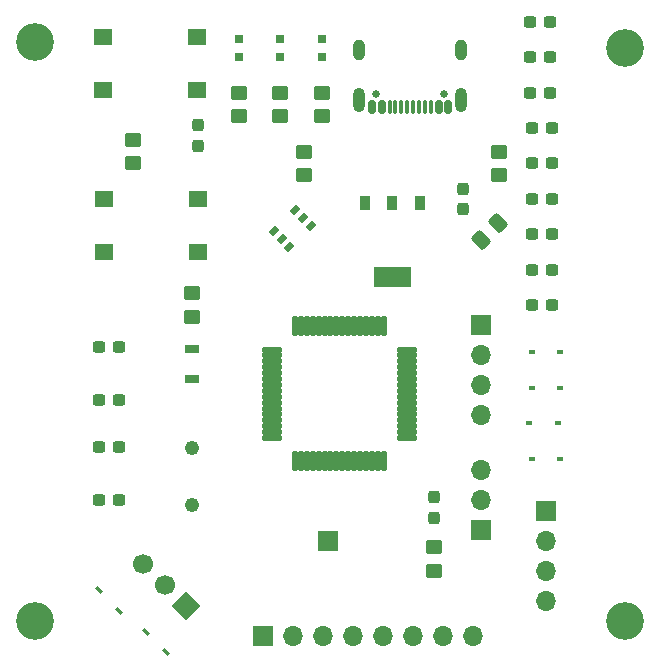
<source format=gbr>
%TF.GenerationSoftware,KiCad,Pcbnew,9.0.0*%
%TF.CreationDate,2025-04-07T16:42:38-05:00*%
%TF.ProjectId,Project 2.0,50726f6a-6563-4742-9032-2e302e6b6963,rev?*%
%TF.SameCoordinates,Original*%
%TF.FileFunction,Soldermask,Top*%
%TF.FilePolarity,Negative*%
%FSLAX46Y46*%
G04 Gerber Fmt 4.6, Leading zero omitted, Abs format (unit mm)*
G04 Created by KiCad (PCBNEW 9.0.0) date 2025-04-07 16:42:38*
%MOMM*%
%LPD*%
G01*
G04 APERTURE LIST*
G04 Aperture macros list*
%AMRoundRect*
0 Rectangle with rounded corners*
0 $1 Rounding radius*
0 $2 $3 $4 $5 $6 $7 $8 $9 X,Y pos of 4 corners*
0 Add a 4 corners polygon primitive as box body*
4,1,4,$2,$3,$4,$5,$6,$7,$8,$9,$2,$3,0*
0 Add four circle primitives for the rounded corners*
1,1,$1+$1,$2,$3*
1,1,$1+$1,$4,$5*
1,1,$1+$1,$6,$7*
1,1,$1+$1,$8,$9*
0 Add four rect primitives between the rounded corners*
20,1,$1+$1,$2,$3,$4,$5,0*
20,1,$1+$1,$4,$5,$6,$7,0*
20,1,$1+$1,$6,$7,$8,$9,0*
20,1,$1+$1,$8,$9,$2,$3,0*%
%AMHorizOval*
0 Thick line with rounded ends*
0 $1 width*
0 $2 $3 position (X,Y) of the first rounded end (center of the circle)*
0 $4 $5 position (X,Y) of the second rounded end (center of the circle)*
0 Add line between two ends*
20,1,$1,$2,$3,$4,$5,0*
0 Add two circle primitives to create the rounded ends*
1,1,$1,$2,$3*
1,1,$1,$4,$5*%
%AMRotRect*
0 Rectangle, with rotation*
0 The origin of the aperture is its center*
0 $1 length*
0 $2 width*
0 $3 Rotation angle, in degrees counterclockwise*
0 Add horizontal line*
21,1,$1,$2,0,0,$3*%
G04 Aperture macros list end*
%ADD10C,0.000000*%
%ADD11RoundRect,0.237500X0.300000X0.237500X-0.300000X0.237500X-0.300000X-0.237500X0.300000X-0.237500X0*%
%ADD12R,0.787400X0.787400*%
%ADD13RoundRect,0.250000X-0.450000X0.350000X-0.450000X-0.350000X0.450000X-0.350000X0.450000X0.350000X0*%
%ADD14R,1.700000X1.700000*%
%ADD15O,1.700000X1.700000*%
%ADD16RoundRect,0.250000X0.450000X-0.350000X0.450000X0.350000X-0.450000X0.350000X-0.450000X-0.350000X0*%
%ADD17RotRect,1.700000X1.700000X225.000000*%
%ADD18HorizOval,1.700000X0.000000X0.000000X0.000000X0.000000X0*%
%ADD19RoundRect,0.237500X-0.300000X-0.237500X0.300000X-0.237500X0.300000X0.237500X-0.300000X0.237500X0*%
%ADD20R,0.600700X0.355600*%
%ADD21R,1.549908X1.400048*%
%ADD22RoundRect,0.237500X-0.237500X0.300000X-0.237500X-0.300000X0.237500X-0.300000X0.237500X0.300000X0*%
%ADD23RoundRect,0.102000X-0.750000X-0.150000X0.750000X-0.150000X0.750000X0.150000X-0.750000X0.150000X0*%
%ADD24RoundRect,0.102000X-0.150000X-0.750000X0.150000X-0.750000X0.150000X0.750000X-0.150000X0.750000X0*%
%ADD25C,3.200000*%
%ADD26C,1.234000*%
%ADD27RotRect,0.600700X0.355600X315.000000*%
%ADD28RoundRect,0.250000X0.097227X-0.574524X0.574524X-0.097227X-0.097227X0.574524X-0.574524X0.097227X0*%
%ADD29RoundRect,0.237500X0.237500X-0.300000X0.237500X0.300000X-0.237500X0.300000X-0.237500X-0.300000X0*%
%ADD30R,1.244600X0.762000*%
%ADD31C,0.650000*%
%ADD32RoundRect,0.150000X0.150000X0.425000X-0.150000X0.425000X-0.150000X-0.425000X0.150000X-0.425000X0*%
%ADD33RoundRect,0.075000X0.075000X0.500000X-0.075000X0.500000X-0.075000X-0.500000X0.075000X-0.500000X0*%
%ADD34O,1.000000X2.100000*%
%ADD35O,1.000000X1.800000*%
%ADD36RotRect,0.774700X0.508000X225.000000*%
%ADD37R,0.863600X1.295400*%
%ADD38RotRect,0.600700X0.355600X135.000000*%
G04 APERTURE END LIST*
D10*
%TO.C,CR1*%
G36*
X186374800Y-74199700D02*
G01*
X183225200Y-74199700D01*
X183225200Y-72497900D01*
X186374800Y-72497900D01*
X186374800Y-74199700D01*
G37*
%TD*%
D11*
%TO.C,C10*%
X161662501Y-83750000D03*
X159937499Y-83750000D03*
%TD*%
D12*
%TO.C,LED3*%
X171800000Y-53251400D03*
X171800000Y-54750000D03*
%TD*%
D13*
%TO.C,R5*%
X177300000Y-62750000D03*
X177300000Y-64750000D03*
%TD*%
D14*
%TO.C,J8*%
X197800000Y-93170000D03*
D15*
X197800000Y-95710000D03*
X197800000Y-98250000D03*
X197800000Y-100790000D03*
%TD*%
D11*
%TO.C,C9*%
X161662501Y-79250000D03*
X159937499Y-79250000D03*
%TD*%
D16*
%TO.C,R7*%
X175300000Y-59750000D03*
X175300000Y-57750000D03*
%TD*%
D17*
%TO.C,J3*%
X167300000Y-101250000D03*
D18*
X165503949Y-99453949D03*
X163707898Y-97657898D03*
%TD*%
D19*
%TO.C,C7*%
X196575000Y-69750000D03*
X198300000Y-69750000D03*
%TD*%
%TO.C,C3*%
X196437500Y-57750000D03*
X198162500Y-57750000D03*
%TD*%
D20*
%TO.C,CR6*%
X196395900Y-85750000D03*
X198800000Y-85750000D03*
%TD*%
D21*
%TO.C,SW1*%
X168274998Y-57500001D03*
X168274998Y-52999999D03*
X160325002Y-57500001D03*
X160325002Y-52999999D03*
%TD*%
D22*
%TO.C,C13*%
X190800000Y-65887499D03*
X190800000Y-67612501D03*
%TD*%
%TO.C,C8*%
X168300000Y-60524998D03*
X168300000Y-62250000D03*
%TD*%
D23*
%TO.C,U1*%
X174600000Y-79500000D03*
X174600000Y-80000000D03*
X174600000Y-80500000D03*
X174600000Y-81000000D03*
X174600000Y-81500000D03*
X174600000Y-82000000D03*
X174600000Y-82500000D03*
X174600000Y-83000000D03*
X174600000Y-83500000D03*
X174600000Y-84000000D03*
X174600000Y-84500000D03*
X174600000Y-85000000D03*
X174600000Y-85500000D03*
X174600000Y-86000000D03*
X174600000Y-86500000D03*
X174600000Y-87000000D03*
D24*
X176550000Y-88950000D03*
X177050000Y-88950000D03*
X177550000Y-88950000D03*
X178050000Y-88950000D03*
X178550000Y-88950000D03*
X179050000Y-88950000D03*
X179550000Y-88950000D03*
X180050000Y-88950000D03*
X180550000Y-88950000D03*
X181050000Y-88950000D03*
X181550000Y-88950000D03*
X182050000Y-88950000D03*
X182550000Y-88950000D03*
X183050000Y-88950000D03*
X183550000Y-88950000D03*
X184050000Y-88950000D03*
D23*
X186000000Y-87000000D03*
X186000000Y-86500000D03*
X186000000Y-86000000D03*
X186000000Y-85500000D03*
X186000000Y-85000000D03*
X186000000Y-84500000D03*
X186000000Y-84000000D03*
X186000000Y-83500000D03*
X186000000Y-83000000D03*
X186000000Y-82500000D03*
X186000000Y-82000000D03*
X186000000Y-81500000D03*
X186000000Y-81000000D03*
X186000000Y-80500000D03*
X186000000Y-80000000D03*
X186000000Y-79500000D03*
D24*
X184050000Y-77550000D03*
X183550000Y-77550000D03*
X183050000Y-77550000D03*
X182550000Y-77550000D03*
X182050000Y-77550000D03*
X181550000Y-77550000D03*
X181050000Y-77550000D03*
X180550000Y-77550000D03*
X180050000Y-77550000D03*
X179550000Y-77550000D03*
X179050000Y-77550000D03*
X178550000Y-77550000D03*
X178050000Y-77550000D03*
X177550000Y-77550000D03*
X177050000Y-77550000D03*
X176550000Y-77550000D03*
%TD*%
D19*
%TO.C,C4*%
X196575000Y-60750000D03*
X198300000Y-60750000D03*
%TD*%
D25*
%TO.C,H2*%
X154500000Y-53500000D03*
%TD*%
%TO.C,H1*%
X204500000Y-54000000D03*
%TD*%
D26*
%TO.C,Y1*%
X167800000Y-87809999D03*
X167800000Y-92690001D03*
%TD*%
D21*
%TO.C,SW2*%
X160350004Y-66749998D03*
X160350004Y-71250000D03*
X168300000Y-66749998D03*
X168300000Y-71250000D03*
%TD*%
D19*
%TO.C,C16*%
X196574998Y-75750000D03*
X198300000Y-75750000D03*
%TD*%
%TO.C,C15*%
X196574998Y-72750000D03*
X198300000Y-72750000D03*
%TD*%
D14*
%TO.C,J7*%
X179300000Y-95750000D03*
%TD*%
D11*
%TO.C,C11*%
X161662501Y-87750000D03*
X159937499Y-87750000D03*
%TD*%
D27*
%TO.C,CR4*%
X163950022Y-103400022D03*
X165649978Y-105099978D03*
%TD*%
D20*
%TO.C,CR13*%
X196597950Y-79750000D03*
X199002050Y-79750000D03*
%TD*%
D28*
%TO.C,C14*%
X192266377Y-70233623D03*
X193733623Y-68766377D03*
%TD*%
D25*
%TO.C,H3*%
X204500000Y-102500000D03*
%TD*%
D19*
%TO.C,C5*%
X196575000Y-63750000D03*
X198300000Y-63750000D03*
%TD*%
D12*
%TO.C,LED1*%
X178800000Y-53251400D03*
X178800000Y-54750000D03*
%TD*%
D14*
%TO.C,J10*%
X192300000Y-77450000D03*
D15*
X192300000Y-79990000D03*
X192300000Y-82530000D03*
X192300000Y-85070000D03*
%TD*%
D29*
%TO.C,C17*%
X188300000Y-93750000D03*
X188300000Y-92024998D03*
%TD*%
D16*
%TO.C,R6*%
X178800000Y-59750000D03*
X178800000Y-57750000D03*
%TD*%
D20*
%TO.C,CR14*%
X196597950Y-82750000D03*
X199002050Y-82750000D03*
%TD*%
D19*
%TO.C,C1*%
X196437500Y-51750000D03*
X198162500Y-51750000D03*
%TD*%
%TO.C,C6*%
X196575000Y-66750000D03*
X198300000Y-66750000D03*
%TD*%
D30*
%TO.C,XTAL1*%
X167800000Y-79479999D03*
X167800000Y-82020001D03*
%TD*%
D31*
%TO.C,J11*%
X189190000Y-57855000D03*
X183410000Y-57855000D03*
D32*
X189500000Y-58930000D03*
X188700000Y-58930000D03*
D33*
X187550000Y-58929999D03*
X186550000Y-58930000D03*
X186050000Y-58930000D03*
X185050000Y-58929999D03*
D32*
X183900000Y-58930000D03*
X183100000Y-58930000D03*
X183100000Y-58930000D03*
X183900000Y-58930000D03*
D33*
X184550000Y-58930000D03*
X185550000Y-58930000D03*
X187050000Y-58930000D03*
X188050000Y-58930000D03*
D32*
X188700000Y-58930000D03*
X189500000Y-58930000D03*
D34*
X190620000Y-58355000D03*
D35*
X190620000Y-54175000D03*
D34*
X181980000Y-58355000D03*
D35*
X181980000Y-54175000D03*
%TD*%
D13*
%TO.C,R2*%
X167800000Y-74750000D03*
X167800000Y-76750000D03*
%TD*%
D20*
%TO.C,CR5*%
X196597950Y-88750000D03*
X199002050Y-88750000D03*
%TD*%
D11*
%TO.C,C12*%
X161662501Y-92250000D03*
X159937499Y-92250000D03*
%TD*%
D14*
%TO.C,J9*%
X192300000Y-94750000D03*
D15*
X192300000Y-92210000D03*
X192300000Y-89670001D03*
%TD*%
D13*
%TO.C,R4*%
X193800000Y-62750000D03*
X193800000Y-64750000D03*
%TD*%
D25*
%TO.C,H4*%
X154500000Y-102500000D03*
%TD*%
D36*
%TO.C,U2*%
X177865288Y-69028217D03*
X177193535Y-68356465D03*
X176521783Y-67684712D03*
X174734712Y-69471783D03*
X175406465Y-70143535D03*
X176078217Y-70815288D03*
%TD*%
D12*
%TO.C,LED2*%
X175300000Y-53251401D03*
X175300000Y-54750001D03*
%TD*%
D13*
%TO.C,R3*%
X162800000Y-61750000D03*
X162800000Y-63750000D03*
%TD*%
D16*
%TO.C,R8*%
X171800000Y-59750000D03*
X171800000Y-57750000D03*
%TD*%
D37*
%TO.C,CR1*%
X187100000Y-67100400D03*
X184800000Y-67100399D03*
X182500000Y-67100400D03*
%TD*%
D38*
%TO.C,CR3*%
X161649978Y-101599978D03*
X159950022Y-99900022D03*
%TD*%
D14*
%TO.C,J6*%
X173800000Y-103750000D03*
D15*
X176340000Y-103750000D03*
X178879999Y-103750000D03*
X181420000Y-103750000D03*
X183960000Y-103750000D03*
X186500000Y-103750000D03*
X189040000Y-103750000D03*
X191580001Y-103750000D03*
%TD*%
D13*
%TO.C,R1*%
X188300000Y-96250000D03*
X188300000Y-98250000D03*
%TD*%
D19*
%TO.C,C2*%
X196437500Y-54750000D03*
X198162500Y-54750000D03*
%TD*%
M02*

</source>
